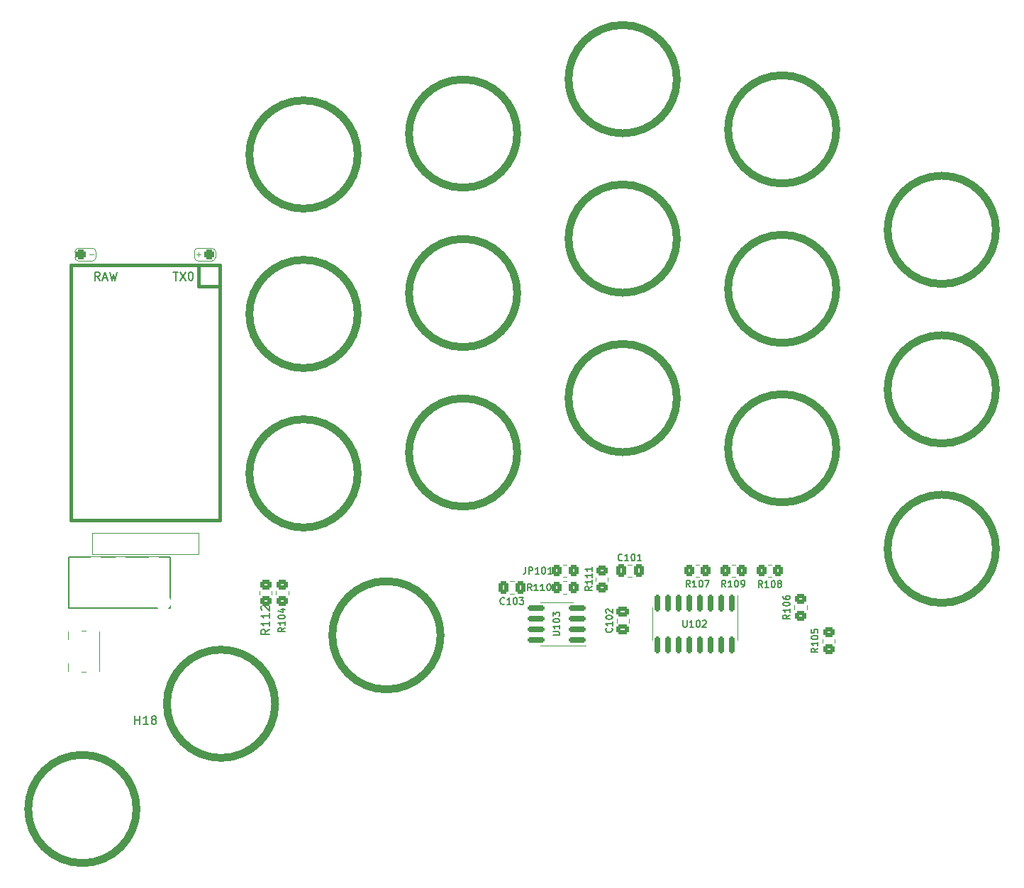
<source format=gto>
%TF.GenerationSoftware,KiCad,Pcbnew,7.0.7-2.fc38*%
%TF.CreationDate,2023-10-08T12:29:29+05:30*%
%TF.ProjectId,tako_left,74616b6f-5f6c-4656-9674-2e6b69636164,rev?*%
%TF.SameCoordinates,Original*%
%TF.FileFunction,Legend,Top*%
%TF.FilePolarity,Positive*%
%FSLAX46Y46*%
G04 Gerber Fmt 4.6, Leading zero omitted, Abs format (unit mm)*
G04 Created by KiCad (PCBNEW 7.0.7-2.fc38) date 2023-10-08 12:29:29*
%MOMM*%
%LPD*%
G01*
G04 APERTURE LIST*
G04 Aperture macros list*
%AMRoundRect*
0 Rectangle with rounded corners*
0 $1 Rounding radius*
0 $2 $3 $4 $5 $6 $7 $8 $9 X,Y pos of 4 corners*
0 Add a 4 corners polygon primitive as box body*
4,1,4,$2,$3,$4,$5,$6,$7,$8,$9,$2,$3,0*
0 Add four circle primitives for the rounded corners*
1,1,$1+$1,$2,$3*
1,1,$1+$1,$4,$5*
1,1,$1+$1,$6,$7*
1,1,$1+$1,$8,$9*
0 Add four rect primitives between the rounded corners*
20,1,$1+$1,$2,$3,$4,$5,0*
20,1,$1+$1,$4,$5,$6,$7,0*
20,1,$1+$1,$6,$7,$8,$9,0*
20,1,$1+$1,$8,$9,$2,$3,0*%
G04 Aperture macros list end*
%ADD10C,0.150000*%
%ADD11C,0.100000*%
%ADD12C,0.120000*%
%ADD13C,0.900000*%
%ADD14C,0.381000*%
%ADD15R,1.752600X1.752600*%
%ADD16C,1.752600*%
%ADD17RoundRect,0.312500X-0.312500X-0.312500X0.312500X-0.312500X0.312500X0.312500X-0.312500X0.312500X0*%
%ADD18C,3.400000*%
%ADD19RoundRect,0.250000X0.350000X0.450000X-0.350000X0.450000X-0.350000X-0.450000X0.350000X-0.450000X0*%
%ADD20RoundRect,0.250000X-0.350000X-0.450000X0.350000X-0.450000X0.350000X0.450000X-0.350000X0.450000X0*%
%ADD21RoundRect,0.150000X0.825000X0.150000X-0.825000X0.150000X-0.825000X-0.150000X0.825000X-0.150000X0*%
%ADD22C,3.500000*%
%ADD23RoundRect,0.250000X0.450000X-0.350000X0.450000X0.350000X-0.450000X0.350000X-0.450000X-0.350000X0*%
%ADD24RoundRect,0.250000X0.475000X-0.337500X0.475000X0.337500X-0.475000X0.337500X-0.475000X-0.337500X0*%
%ADD25RoundRect,0.312500X0.312500X0.312500X-0.312500X0.312500X-0.312500X-0.312500X0.312500X-0.312500X0*%
%ADD26RoundRect,0.250000X0.337500X0.475000X-0.337500X0.475000X-0.337500X-0.475000X0.337500X-0.475000X0*%
%ADD27RoundRect,0.250000X-0.337500X-0.475000X0.337500X-0.475000X0.337500X0.475000X-0.337500X0.475000X0*%
%ADD28C,0.800000*%
%ADD29O,2.000000X1.600000*%
%ADD30C,0.750000*%
%ADD31R,1.000000X1.550000*%
%ADD32RoundRect,0.150000X-0.150000X0.825000X-0.150000X-0.825000X0.150000X-0.825000X0.150000X0.825000X0*%
%ADD33RoundRect,0.250000X-0.450000X0.350000X-0.450000X-0.350000X0.450000X-0.350000X0.450000X0.350000X0*%
%ADD34C,0.900000*%
G04 APERTURE END LIST*
D10*
X91244801Y-95154431D02*
X91244801Y-95725859D01*
X91244801Y-95725859D02*
X91206706Y-95840145D01*
X91206706Y-95840145D02*
X91130515Y-95916336D01*
X91130515Y-95916336D02*
X91016230Y-95954431D01*
X91016230Y-95954431D02*
X90940039Y-95954431D01*
X91625754Y-95954431D02*
X91625754Y-95154431D01*
X91625754Y-95154431D02*
X91930516Y-95154431D01*
X91930516Y-95154431D02*
X92006706Y-95192526D01*
X92006706Y-95192526D02*
X92044801Y-95230621D01*
X92044801Y-95230621D02*
X92082897Y-95306812D01*
X92082897Y-95306812D02*
X92082897Y-95421097D01*
X92082897Y-95421097D02*
X92044801Y-95497288D01*
X92044801Y-95497288D02*
X92006706Y-95535383D01*
X92006706Y-95535383D02*
X91930516Y-95573478D01*
X91930516Y-95573478D02*
X91625754Y-95573478D01*
X92844801Y-95954431D02*
X92387658Y-95954431D01*
X92616230Y-95954431D02*
X92616230Y-95154431D01*
X92616230Y-95154431D02*
X92540039Y-95268716D01*
X92540039Y-95268716D02*
X92463849Y-95344907D01*
X92463849Y-95344907D02*
X92387658Y-95383002D01*
X93340040Y-95154431D02*
X93416230Y-95154431D01*
X93416230Y-95154431D02*
X93492421Y-95192526D01*
X93492421Y-95192526D02*
X93530516Y-95230621D01*
X93530516Y-95230621D02*
X93568611Y-95306812D01*
X93568611Y-95306812D02*
X93606706Y-95459193D01*
X93606706Y-95459193D02*
X93606706Y-95649669D01*
X93606706Y-95649669D02*
X93568611Y-95802050D01*
X93568611Y-95802050D02*
X93530516Y-95878240D01*
X93530516Y-95878240D02*
X93492421Y-95916336D01*
X93492421Y-95916336D02*
X93416230Y-95954431D01*
X93416230Y-95954431D02*
X93340040Y-95954431D01*
X93340040Y-95954431D02*
X93263849Y-95916336D01*
X93263849Y-95916336D02*
X93225754Y-95878240D01*
X93225754Y-95878240D02*
X93187659Y-95802050D01*
X93187659Y-95802050D02*
X93149563Y-95649669D01*
X93149563Y-95649669D02*
X93149563Y-95459193D01*
X93149563Y-95459193D02*
X93187659Y-95306812D01*
X93187659Y-95306812D02*
X93225754Y-95230621D01*
X93225754Y-95230621D02*
X93263849Y-95192526D01*
X93263849Y-95192526D02*
X93340040Y-95154431D01*
X94368611Y-95954431D02*
X93911468Y-95954431D01*
X94140040Y-95954431D02*
X94140040Y-95154431D01*
X94140040Y-95154431D02*
X94063849Y-95268716D01*
X94063849Y-95268716D02*
X93987659Y-95344907D01*
X93987659Y-95344907D02*
X93911468Y-95383002D01*
X110846167Y-97528353D02*
X110579500Y-97147400D01*
X110389024Y-97528353D02*
X110389024Y-96728353D01*
X110389024Y-96728353D02*
X110693786Y-96728353D01*
X110693786Y-96728353D02*
X110769976Y-96766448D01*
X110769976Y-96766448D02*
X110808071Y-96804543D01*
X110808071Y-96804543D02*
X110846167Y-96880734D01*
X110846167Y-96880734D02*
X110846167Y-96995019D01*
X110846167Y-96995019D02*
X110808071Y-97071210D01*
X110808071Y-97071210D02*
X110769976Y-97109305D01*
X110769976Y-97109305D02*
X110693786Y-97147400D01*
X110693786Y-97147400D02*
X110389024Y-97147400D01*
X111608071Y-97528353D02*
X111150928Y-97528353D01*
X111379500Y-97528353D02*
X111379500Y-96728353D01*
X111379500Y-96728353D02*
X111303309Y-96842638D01*
X111303309Y-96842638D02*
X111227119Y-96918829D01*
X111227119Y-96918829D02*
X111150928Y-96956924D01*
X112103310Y-96728353D02*
X112179500Y-96728353D01*
X112179500Y-96728353D02*
X112255691Y-96766448D01*
X112255691Y-96766448D02*
X112293786Y-96804543D01*
X112293786Y-96804543D02*
X112331881Y-96880734D01*
X112331881Y-96880734D02*
X112369976Y-97033115D01*
X112369976Y-97033115D02*
X112369976Y-97223591D01*
X112369976Y-97223591D02*
X112331881Y-97375972D01*
X112331881Y-97375972D02*
X112293786Y-97452162D01*
X112293786Y-97452162D02*
X112255691Y-97490258D01*
X112255691Y-97490258D02*
X112179500Y-97528353D01*
X112179500Y-97528353D02*
X112103310Y-97528353D01*
X112103310Y-97528353D02*
X112027119Y-97490258D01*
X112027119Y-97490258D02*
X111989024Y-97452162D01*
X111989024Y-97452162D02*
X111950929Y-97375972D01*
X111950929Y-97375972D02*
X111912833Y-97223591D01*
X111912833Y-97223591D02*
X111912833Y-97033115D01*
X111912833Y-97033115D02*
X111950929Y-96880734D01*
X111950929Y-96880734D02*
X111989024Y-96804543D01*
X111989024Y-96804543D02*
X112027119Y-96766448D01*
X112027119Y-96766448D02*
X112103310Y-96728353D01*
X112636643Y-96728353D02*
X113169977Y-96728353D01*
X113169977Y-96728353D02*
X112827119Y-97528353D01*
X94485666Y-103306275D02*
X95133285Y-103306275D01*
X95133285Y-103306275D02*
X95209475Y-103268180D01*
X95209475Y-103268180D02*
X95247571Y-103230085D01*
X95247571Y-103230085D02*
X95285666Y-103153894D01*
X95285666Y-103153894D02*
X95285666Y-103001513D01*
X95285666Y-103001513D02*
X95247571Y-102925323D01*
X95247571Y-102925323D02*
X95209475Y-102887228D01*
X95209475Y-102887228D02*
X95133285Y-102849132D01*
X95133285Y-102849132D02*
X94485666Y-102849132D01*
X95285666Y-102049133D02*
X95285666Y-102506276D01*
X95285666Y-102277704D02*
X94485666Y-102277704D01*
X94485666Y-102277704D02*
X94599951Y-102353895D01*
X94599951Y-102353895D02*
X94676142Y-102430085D01*
X94676142Y-102430085D02*
X94714237Y-102506276D01*
X94485666Y-101553894D02*
X94485666Y-101477704D01*
X94485666Y-101477704D02*
X94523761Y-101401513D01*
X94523761Y-101401513D02*
X94561856Y-101363418D01*
X94561856Y-101363418D02*
X94638047Y-101325323D01*
X94638047Y-101325323D02*
X94790428Y-101287228D01*
X94790428Y-101287228D02*
X94980904Y-101287228D01*
X94980904Y-101287228D02*
X95133285Y-101325323D01*
X95133285Y-101325323D02*
X95209475Y-101363418D01*
X95209475Y-101363418D02*
X95247571Y-101401513D01*
X95247571Y-101401513D02*
X95285666Y-101477704D01*
X95285666Y-101477704D02*
X95285666Y-101553894D01*
X95285666Y-101553894D02*
X95247571Y-101630085D01*
X95247571Y-101630085D02*
X95209475Y-101668180D01*
X95209475Y-101668180D02*
X95133285Y-101706275D01*
X95133285Y-101706275D02*
X94980904Y-101744371D01*
X94980904Y-101744371D02*
X94790428Y-101744371D01*
X94790428Y-101744371D02*
X94638047Y-101706275D01*
X94638047Y-101706275D02*
X94561856Y-101668180D01*
X94561856Y-101668180D02*
X94523761Y-101630085D01*
X94523761Y-101630085D02*
X94485666Y-101553894D01*
X94485666Y-101020561D02*
X94485666Y-100525323D01*
X94485666Y-100525323D02*
X94790428Y-100791989D01*
X94790428Y-100791989D02*
X94790428Y-100677704D01*
X94790428Y-100677704D02*
X94828523Y-100601513D01*
X94828523Y-100601513D02*
X94866618Y-100563418D01*
X94866618Y-100563418D02*
X94942809Y-100525323D01*
X94942809Y-100525323D02*
X95133285Y-100525323D01*
X95133285Y-100525323D02*
X95209475Y-100563418D01*
X95209475Y-100563418D02*
X95247571Y-100601513D01*
X95247571Y-100601513D02*
X95285666Y-100677704D01*
X95285666Y-100677704D02*
X95285666Y-100906275D01*
X95285666Y-100906275D02*
X95247571Y-100982466D01*
X95247571Y-100982466D02*
X95209475Y-101020561D01*
X44591895Y-113925912D02*
X44591895Y-112925912D01*
X44591895Y-113402102D02*
X45163323Y-113402102D01*
X45163323Y-113925912D02*
X45163323Y-112925912D01*
X46163323Y-113925912D02*
X45591895Y-113925912D01*
X45877609Y-113925912D02*
X45877609Y-112925912D01*
X45877609Y-112925912D02*
X45782371Y-113068769D01*
X45782371Y-113068769D02*
X45687133Y-113164007D01*
X45687133Y-113164007D02*
X45591895Y-113211626D01*
X46734752Y-113354483D02*
X46639514Y-113306864D01*
X46639514Y-113306864D02*
X46591895Y-113259245D01*
X46591895Y-113259245D02*
X46544276Y-113164007D01*
X46544276Y-113164007D02*
X46544276Y-113116388D01*
X46544276Y-113116388D02*
X46591895Y-113021150D01*
X46591895Y-113021150D02*
X46639514Y-112973531D01*
X46639514Y-112973531D02*
X46734752Y-112925912D01*
X46734752Y-112925912D02*
X46925228Y-112925912D01*
X46925228Y-112925912D02*
X47020466Y-112973531D01*
X47020466Y-112973531D02*
X47068085Y-113021150D01*
X47068085Y-113021150D02*
X47115704Y-113116388D01*
X47115704Y-113116388D02*
X47115704Y-113164007D01*
X47115704Y-113164007D02*
X47068085Y-113259245D01*
X47068085Y-113259245D02*
X47020466Y-113306864D01*
X47020466Y-113306864D02*
X46925228Y-113354483D01*
X46925228Y-113354483D02*
X46734752Y-113354483D01*
X46734752Y-113354483D02*
X46639514Y-113402102D01*
X46639514Y-113402102D02*
X46591895Y-113449721D01*
X46591895Y-113449721D02*
X46544276Y-113544959D01*
X46544276Y-113544959D02*
X46544276Y-113735435D01*
X46544276Y-113735435D02*
X46591895Y-113830673D01*
X46591895Y-113830673D02*
X46639514Y-113878293D01*
X46639514Y-113878293D02*
X46734752Y-113925912D01*
X46734752Y-113925912D02*
X46925228Y-113925912D01*
X46925228Y-113925912D02*
X47020466Y-113878293D01*
X47020466Y-113878293D02*
X47068085Y-113830673D01*
X47068085Y-113830673D02*
X47115704Y-113735435D01*
X47115704Y-113735435D02*
X47115704Y-113544959D01*
X47115704Y-113544959D02*
X47068085Y-113449721D01*
X47068085Y-113449721D02*
X47020466Y-113402102D01*
X47020466Y-113402102D02*
X46925228Y-113354483D01*
X115102500Y-97528353D02*
X114835833Y-97147400D01*
X114645357Y-97528353D02*
X114645357Y-96728353D01*
X114645357Y-96728353D02*
X114950119Y-96728353D01*
X114950119Y-96728353D02*
X115026309Y-96766448D01*
X115026309Y-96766448D02*
X115064404Y-96804543D01*
X115064404Y-96804543D02*
X115102500Y-96880734D01*
X115102500Y-96880734D02*
X115102500Y-96995019D01*
X115102500Y-96995019D02*
X115064404Y-97071210D01*
X115064404Y-97071210D02*
X115026309Y-97109305D01*
X115026309Y-97109305D02*
X114950119Y-97147400D01*
X114950119Y-97147400D02*
X114645357Y-97147400D01*
X115864404Y-97528353D02*
X115407261Y-97528353D01*
X115635833Y-97528353D02*
X115635833Y-96728353D01*
X115635833Y-96728353D02*
X115559642Y-96842638D01*
X115559642Y-96842638D02*
X115483452Y-96918829D01*
X115483452Y-96918829D02*
X115407261Y-96956924D01*
X116359643Y-96728353D02*
X116435833Y-96728353D01*
X116435833Y-96728353D02*
X116512024Y-96766448D01*
X116512024Y-96766448D02*
X116550119Y-96804543D01*
X116550119Y-96804543D02*
X116588214Y-96880734D01*
X116588214Y-96880734D02*
X116626309Y-97033115D01*
X116626309Y-97033115D02*
X116626309Y-97223591D01*
X116626309Y-97223591D02*
X116588214Y-97375972D01*
X116588214Y-97375972D02*
X116550119Y-97452162D01*
X116550119Y-97452162D02*
X116512024Y-97490258D01*
X116512024Y-97490258D02*
X116435833Y-97528353D01*
X116435833Y-97528353D02*
X116359643Y-97528353D01*
X116359643Y-97528353D02*
X116283452Y-97490258D01*
X116283452Y-97490258D02*
X116245357Y-97452162D01*
X116245357Y-97452162D02*
X116207262Y-97375972D01*
X116207262Y-97375972D02*
X116169166Y-97223591D01*
X116169166Y-97223591D02*
X116169166Y-97033115D01*
X116169166Y-97033115D02*
X116207262Y-96880734D01*
X116207262Y-96880734D02*
X116245357Y-96804543D01*
X116245357Y-96804543D02*
X116283452Y-96766448D01*
X116283452Y-96766448D02*
X116359643Y-96728353D01*
X117007262Y-97528353D02*
X117159643Y-97528353D01*
X117159643Y-97528353D02*
X117235833Y-97490258D01*
X117235833Y-97490258D02*
X117273929Y-97452162D01*
X117273929Y-97452162D02*
X117350119Y-97337877D01*
X117350119Y-97337877D02*
X117388214Y-97185496D01*
X117388214Y-97185496D02*
X117388214Y-96880734D01*
X117388214Y-96880734D02*
X117350119Y-96804543D01*
X117350119Y-96804543D02*
X117312024Y-96766448D01*
X117312024Y-96766448D02*
X117235833Y-96728353D01*
X117235833Y-96728353D02*
X117083452Y-96728353D01*
X117083452Y-96728353D02*
X117007262Y-96766448D01*
X117007262Y-96766448D02*
X116969167Y-96804543D01*
X116969167Y-96804543D02*
X116931071Y-96880734D01*
X116931071Y-96880734D02*
X116931071Y-97071210D01*
X116931071Y-97071210D02*
X116969167Y-97147400D01*
X116969167Y-97147400D02*
X117007262Y-97185496D01*
X117007262Y-97185496D02*
X117083452Y-97223591D01*
X117083452Y-97223591D02*
X117235833Y-97223591D01*
X117235833Y-97223591D02*
X117312024Y-97185496D01*
X117312024Y-97185496D02*
X117350119Y-97147400D01*
X117350119Y-97147400D02*
X117388214Y-97071210D01*
X126123191Y-104852816D02*
X125742238Y-105119483D01*
X126123191Y-105309959D02*
X125323191Y-105309959D01*
X125323191Y-105309959D02*
X125323191Y-105005197D01*
X125323191Y-105005197D02*
X125361286Y-104929007D01*
X125361286Y-104929007D02*
X125399381Y-104890912D01*
X125399381Y-104890912D02*
X125475572Y-104852816D01*
X125475572Y-104852816D02*
X125589857Y-104852816D01*
X125589857Y-104852816D02*
X125666048Y-104890912D01*
X125666048Y-104890912D02*
X125704143Y-104929007D01*
X125704143Y-104929007D02*
X125742238Y-105005197D01*
X125742238Y-105005197D02*
X125742238Y-105309959D01*
X126123191Y-104090912D02*
X126123191Y-104548055D01*
X126123191Y-104319483D02*
X125323191Y-104319483D01*
X125323191Y-104319483D02*
X125437476Y-104395674D01*
X125437476Y-104395674D02*
X125513667Y-104471864D01*
X125513667Y-104471864D02*
X125551762Y-104548055D01*
X125323191Y-103595673D02*
X125323191Y-103519483D01*
X125323191Y-103519483D02*
X125361286Y-103443292D01*
X125361286Y-103443292D02*
X125399381Y-103405197D01*
X125399381Y-103405197D02*
X125475572Y-103367102D01*
X125475572Y-103367102D02*
X125627953Y-103329007D01*
X125627953Y-103329007D02*
X125818429Y-103329007D01*
X125818429Y-103329007D02*
X125970810Y-103367102D01*
X125970810Y-103367102D02*
X126047000Y-103405197D01*
X126047000Y-103405197D02*
X126085096Y-103443292D01*
X126085096Y-103443292D02*
X126123191Y-103519483D01*
X126123191Y-103519483D02*
X126123191Y-103595673D01*
X126123191Y-103595673D02*
X126085096Y-103671864D01*
X126085096Y-103671864D02*
X126047000Y-103709959D01*
X126047000Y-103709959D02*
X125970810Y-103748054D01*
X125970810Y-103748054D02*
X125818429Y-103786150D01*
X125818429Y-103786150D02*
X125627953Y-103786150D01*
X125627953Y-103786150D02*
X125475572Y-103748054D01*
X125475572Y-103748054D02*
X125399381Y-103709959D01*
X125399381Y-103709959D02*
X125361286Y-103671864D01*
X125361286Y-103671864D02*
X125323191Y-103595673D01*
X125323191Y-102605197D02*
X125323191Y-102986149D01*
X125323191Y-102986149D02*
X125704143Y-103024245D01*
X125704143Y-103024245D02*
X125666048Y-102986149D01*
X125666048Y-102986149D02*
X125627953Y-102909959D01*
X125627953Y-102909959D02*
X125627953Y-102719483D01*
X125627953Y-102719483D02*
X125666048Y-102643292D01*
X125666048Y-102643292D02*
X125704143Y-102605197D01*
X125704143Y-102605197D02*
X125780334Y-102567102D01*
X125780334Y-102567102D02*
X125970810Y-102567102D01*
X125970810Y-102567102D02*
X126047000Y-102605197D01*
X126047000Y-102605197D02*
X126085096Y-102643292D01*
X126085096Y-102643292D02*
X126123191Y-102719483D01*
X126123191Y-102719483D02*
X126123191Y-102909959D01*
X126123191Y-102909959D02*
X126085096Y-102986149D01*
X126085096Y-102986149D02*
X126047000Y-103024245D01*
X91942893Y-97954431D02*
X91676226Y-97573478D01*
X91485750Y-97954431D02*
X91485750Y-97154431D01*
X91485750Y-97154431D02*
X91790512Y-97154431D01*
X91790512Y-97154431D02*
X91866702Y-97192526D01*
X91866702Y-97192526D02*
X91904797Y-97230621D01*
X91904797Y-97230621D02*
X91942893Y-97306812D01*
X91942893Y-97306812D02*
X91942893Y-97421097D01*
X91942893Y-97421097D02*
X91904797Y-97497288D01*
X91904797Y-97497288D02*
X91866702Y-97535383D01*
X91866702Y-97535383D02*
X91790512Y-97573478D01*
X91790512Y-97573478D02*
X91485750Y-97573478D01*
X92704797Y-97954431D02*
X92247654Y-97954431D01*
X92476226Y-97954431D02*
X92476226Y-97154431D01*
X92476226Y-97154431D02*
X92400035Y-97268716D01*
X92400035Y-97268716D02*
X92323845Y-97344907D01*
X92323845Y-97344907D02*
X92247654Y-97383002D01*
X93466702Y-97954431D02*
X93009559Y-97954431D01*
X93238131Y-97954431D02*
X93238131Y-97154431D01*
X93238131Y-97154431D02*
X93161940Y-97268716D01*
X93161940Y-97268716D02*
X93085750Y-97344907D01*
X93085750Y-97344907D02*
X93009559Y-97383002D01*
X93961941Y-97154431D02*
X94038131Y-97154431D01*
X94038131Y-97154431D02*
X94114322Y-97192526D01*
X94114322Y-97192526D02*
X94152417Y-97230621D01*
X94152417Y-97230621D02*
X94190512Y-97306812D01*
X94190512Y-97306812D02*
X94228607Y-97459193D01*
X94228607Y-97459193D02*
X94228607Y-97649669D01*
X94228607Y-97649669D02*
X94190512Y-97802050D01*
X94190512Y-97802050D02*
X94152417Y-97878240D01*
X94152417Y-97878240D02*
X94114322Y-97916336D01*
X94114322Y-97916336D02*
X94038131Y-97954431D01*
X94038131Y-97954431D02*
X93961941Y-97954431D01*
X93961941Y-97954431D02*
X93885750Y-97916336D01*
X93885750Y-97916336D02*
X93847655Y-97878240D01*
X93847655Y-97878240D02*
X93809560Y-97802050D01*
X93809560Y-97802050D02*
X93771464Y-97649669D01*
X93771464Y-97649669D02*
X93771464Y-97459193D01*
X93771464Y-97459193D02*
X93809560Y-97306812D01*
X93809560Y-97306812D02*
X93847655Y-97230621D01*
X93847655Y-97230621D02*
X93885750Y-97192526D01*
X93885750Y-97192526D02*
X93961941Y-97154431D01*
X101509475Y-102437371D02*
X101547571Y-102475467D01*
X101547571Y-102475467D02*
X101585666Y-102589752D01*
X101585666Y-102589752D02*
X101585666Y-102665943D01*
X101585666Y-102665943D02*
X101547571Y-102780229D01*
X101547571Y-102780229D02*
X101471380Y-102856419D01*
X101471380Y-102856419D02*
X101395190Y-102894514D01*
X101395190Y-102894514D02*
X101242809Y-102932610D01*
X101242809Y-102932610D02*
X101128523Y-102932610D01*
X101128523Y-102932610D02*
X100976142Y-102894514D01*
X100976142Y-102894514D02*
X100899951Y-102856419D01*
X100899951Y-102856419D02*
X100823761Y-102780229D01*
X100823761Y-102780229D02*
X100785666Y-102665943D01*
X100785666Y-102665943D02*
X100785666Y-102589752D01*
X100785666Y-102589752D02*
X100823761Y-102475467D01*
X100823761Y-102475467D02*
X100861856Y-102437371D01*
X101585666Y-101675467D02*
X101585666Y-102132610D01*
X101585666Y-101904038D02*
X100785666Y-101904038D01*
X100785666Y-101904038D02*
X100899951Y-101980229D01*
X100899951Y-101980229D02*
X100976142Y-102056419D01*
X100976142Y-102056419D02*
X101014237Y-102132610D01*
X100785666Y-101180228D02*
X100785666Y-101104038D01*
X100785666Y-101104038D02*
X100823761Y-101027847D01*
X100823761Y-101027847D02*
X100861856Y-100989752D01*
X100861856Y-100989752D02*
X100938047Y-100951657D01*
X100938047Y-100951657D02*
X101090428Y-100913562D01*
X101090428Y-100913562D02*
X101280904Y-100913562D01*
X101280904Y-100913562D02*
X101433285Y-100951657D01*
X101433285Y-100951657D02*
X101509475Y-100989752D01*
X101509475Y-100989752D02*
X101547571Y-101027847D01*
X101547571Y-101027847D02*
X101585666Y-101104038D01*
X101585666Y-101104038D02*
X101585666Y-101180228D01*
X101585666Y-101180228D02*
X101547571Y-101256419D01*
X101547571Y-101256419D02*
X101509475Y-101294514D01*
X101509475Y-101294514D02*
X101433285Y-101332609D01*
X101433285Y-101332609D02*
X101280904Y-101370705D01*
X101280904Y-101370705D02*
X101090428Y-101370705D01*
X101090428Y-101370705D02*
X100938047Y-101332609D01*
X100938047Y-101332609D02*
X100861856Y-101294514D01*
X100861856Y-101294514D02*
X100823761Y-101256419D01*
X100823761Y-101256419D02*
X100785666Y-101180228D01*
X100861856Y-100608800D02*
X100823761Y-100570704D01*
X100823761Y-100570704D02*
X100785666Y-100494514D01*
X100785666Y-100494514D02*
X100785666Y-100304038D01*
X100785666Y-100304038D02*
X100823761Y-100227847D01*
X100823761Y-100227847D02*
X100861856Y-100189752D01*
X100861856Y-100189752D02*
X100938047Y-100151657D01*
X100938047Y-100151657D02*
X101014237Y-100151657D01*
X101014237Y-100151657D02*
X101128523Y-100189752D01*
X101128523Y-100189752D02*
X101585666Y-100646895D01*
X101585666Y-100646895D02*
X101585666Y-100151657D01*
X119478040Y-97577995D02*
X119211373Y-97197042D01*
X119020897Y-97577995D02*
X119020897Y-96777995D01*
X119020897Y-96777995D02*
X119325659Y-96777995D01*
X119325659Y-96777995D02*
X119401849Y-96816090D01*
X119401849Y-96816090D02*
X119439944Y-96854185D01*
X119439944Y-96854185D02*
X119478040Y-96930376D01*
X119478040Y-96930376D02*
X119478040Y-97044661D01*
X119478040Y-97044661D02*
X119439944Y-97120852D01*
X119439944Y-97120852D02*
X119401849Y-97158947D01*
X119401849Y-97158947D02*
X119325659Y-97197042D01*
X119325659Y-97197042D02*
X119020897Y-97197042D01*
X120239944Y-97577995D02*
X119782801Y-97577995D01*
X120011373Y-97577995D02*
X120011373Y-96777995D01*
X120011373Y-96777995D02*
X119935182Y-96892280D01*
X119935182Y-96892280D02*
X119858992Y-96968471D01*
X119858992Y-96968471D02*
X119782801Y-97006566D01*
X120735183Y-96777995D02*
X120811373Y-96777995D01*
X120811373Y-96777995D02*
X120887564Y-96816090D01*
X120887564Y-96816090D02*
X120925659Y-96854185D01*
X120925659Y-96854185D02*
X120963754Y-96930376D01*
X120963754Y-96930376D02*
X121001849Y-97082757D01*
X121001849Y-97082757D02*
X121001849Y-97273233D01*
X121001849Y-97273233D02*
X120963754Y-97425614D01*
X120963754Y-97425614D02*
X120925659Y-97501804D01*
X120925659Y-97501804D02*
X120887564Y-97539900D01*
X120887564Y-97539900D02*
X120811373Y-97577995D01*
X120811373Y-97577995D02*
X120735183Y-97577995D01*
X120735183Y-97577995D02*
X120658992Y-97539900D01*
X120658992Y-97539900D02*
X120620897Y-97501804D01*
X120620897Y-97501804D02*
X120582802Y-97425614D01*
X120582802Y-97425614D02*
X120544706Y-97273233D01*
X120544706Y-97273233D02*
X120544706Y-97082757D01*
X120544706Y-97082757D02*
X120582802Y-96930376D01*
X120582802Y-96930376D02*
X120620897Y-96854185D01*
X120620897Y-96854185D02*
X120658992Y-96816090D01*
X120658992Y-96816090D02*
X120735183Y-96777995D01*
X121458992Y-97120852D02*
X121382802Y-97082757D01*
X121382802Y-97082757D02*
X121344707Y-97044661D01*
X121344707Y-97044661D02*
X121306611Y-96968471D01*
X121306611Y-96968471D02*
X121306611Y-96930376D01*
X121306611Y-96930376D02*
X121344707Y-96854185D01*
X121344707Y-96854185D02*
X121382802Y-96816090D01*
X121382802Y-96816090D02*
X121458992Y-96777995D01*
X121458992Y-96777995D02*
X121611373Y-96777995D01*
X121611373Y-96777995D02*
X121687564Y-96816090D01*
X121687564Y-96816090D02*
X121725659Y-96854185D01*
X121725659Y-96854185D02*
X121763754Y-96930376D01*
X121763754Y-96930376D02*
X121763754Y-96968471D01*
X121763754Y-96968471D02*
X121725659Y-97044661D01*
X121725659Y-97044661D02*
X121687564Y-97082757D01*
X121687564Y-97082757D02*
X121611373Y-97120852D01*
X121611373Y-97120852D02*
X121458992Y-97120852D01*
X121458992Y-97120852D02*
X121382802Y-97158947D01*
X121382802Y-97158947D02*
X121344707Y-97197042D01*
X121344707Y-97197042D02*
X121306611Y-97273233D01*
X121306611Y-97273233D02*
X121306611Y-97425614D01*
X121306611Y-97425614D02*
X121344707Y-97501804D01*
X121344707Y-97501804D02*
X121382802Y-97539900D01*
X121382802Y-97539900D02*
X121458992Y-97577995D01*
X121458992Y-97577995D02*
X121611373Y-97577995D01*
X121611373Y-97577995D02*
X121687564Y-97539900D01*
X121687564Y-97539900D02*
X121725659Y-97501804D01*
X121725659Y-97501804D02*
X121763754Y-97425614D01*
X121763754Y-97425614D02*
X121763754Y-97273233D01*
X121763754Y-97273233D02*
X121725659Y-97197042D01*
X121725659Y-97197042D02*
X121687564Y-97158947D01*
X121687564Y-97158947D02*
X121611373Y-97120852D01*
X99144096Y-97461295D02*
X98763143Y-97727962D01*
X99144096Y-97918438D02*
X98344096Y-97918438D01*
X98344096Y-97918438D02*
X98344096Y-97613676D01*
X98344096Y-97613676D02*
X98382191Y-97537486D01*
X98382191Y-97537486D02*
X98420286Y-97499391D01*
X98420286Y-97499391D02*
X98496477Y-97461295D01*
X98496477Y-97461295D02*
X98610762Y-97461295D01*
X98610762Y-97461295D02*
X98686953Y-97499391D01*
X98686953Y-97499391D02*
X98725048Y-97537486D01*
X98725048Y-97537486D02*
X98763143Y-97613676D01*
X98763143Y-97613676D02*
X98763143Y-97918438D01*
X99144096Y-96699391D02*
X99144096Y-97156534D01*
X99144096Y-96927962D02*
X98344096Y-96927962D01*
X98344096Y-96927962D02*
X98458381Y-97004153D01*
X98458381Y-97004153D02*
X98534572Y-97080343D01*
X98534572Y-97080343D02*
X98572667Y-97156534D01*
X99144096Y-95937486D02*
X99144096Y-96394629D01*
X99144096Y-96166057D02*
X98344096Y-96166057D01*
X98344096Y-96166057D02*
X98458381Y-96242248D01*
X98458381Y-96242248D02*
X98534572Y-96318438D01*
X98534572Y-96318438D02*
X98572667Y-96394629D01*
X99144096Y-95175581D02*
X99144096Y-95632724D01*
X99144096Y-95404152D02*
X98344096Y-95404152D01*
X98344096Y-95404152D02*
X98458381Y-95480343D01*
X98458381Y-95480343D02*
X98534572Y-95556533D01*
X98534572Y-95556533D02*
X98572667Y-95632724D01*
X102761560Y-94302161D02*
X102723464Y-94340257D01*
X102723464Y-94340257D02*
X102609179Y-94378352D01*
X102609179Y-94378352D02*
X102532988Y-94378352D01*
X102532988Y-94378352D02*
X102418702Y-94340257D01*
X102418702Y-94340257D02*
X102342512Y-94264066D01*
X102342512Y-94264066D02*
X102304417Y-94187876D01*
X102304417Y-94187876D02*
X102266321Y-94035495D01*
X102266321Y-94035495D02*
X102266321Y-93921209D01*
X102266321Y-93921209D02*
X102304417Y-93768828D01*
X102304417Y-93768828D02*
X102342512Y-93692637D01*
X102342512Y-93692637D02*
X102418702Y-93616447D01*
X102418702Y-93616447D02*
X102532988Y-93578352D01*
X102532988Y-93578352D02*
X102609179Y-93578352D01*
X102609179Y-93578352D02*
X102723464Y-93616447D01*
X102723464Y-93616447D02*
X102761560Y-93654542D01*
X103523464Y-94378352D02*
X103066321Y-94378352D01*
X103294893Y-94378352D02*
X103294893Y-93578352D01*
X103294893Y-93578352D02*
X103218702Y-93692637D01*
X103218702Y-93692637D02*
X103142512Y-93768828D01*
X103142512Y-93768828D02*
X103066321Y-93806923D01*
X104018703Y-93578352D02*
X104094893Y-93578352D01*
X104094893Y-93578352D02*
X104171084Y-93616447D01*
X104171084Y-93616447D02*
X104209179Y-93654542D01*
X104209179Y-93654542D02*
X104247274Y-93730733D01*
X104247274Y-93730733D02*
X104285369Y-93883114D01*
X104285369Y-93883114D02*
X104285369Y-94073590D01*
X104285369Y-94073590D02*
X104247274Y-94225971D01*
X104247274Y-94225971D02*
X104209179Y-94302161D01*
X104209179Y-94302161D02*
X104171084Y-94340257D01*
X104171084Y-94340257D02*
X104094893Y-94378352D01*
X104094893Y-94378352D02*
X104018703Y-94378352D01*
X104018703Y-94378352D02*
X103942512Y-94340257D01*
X103942512Y-94340257D02*
X103904417Y-94302161D01*
X103904417Y-94302161D02*
X103866322Y-94225971D01*
X103866322Y-94225971D02*
X103828226Y-94073590D01*
X103828226Y-94073590D02*
X103828226Y-93883114D01*
X103828226Y-93883114D02*
X103866322Y-93730733D01*
X103866322Y-93730733D02*
X103904417Y-93654542D01*
X103904417Y-93654542D02*
X103942512Y-93616447D01*
X103942512Y-93616447D02*
X104018703Y-93578352D01*
X105047274Y-94378352D02*
X104590131Y-94378352D01*
X104818703Y-94378352D02*
X104818703Y-93578352D01*
X104818703Y-93578352D02*
X104742512Y-93692637D01*
X104742512Y-93692637D02*
X104666322Y-93768828D01*
X104666322Y-93768828D02*
X104590131Y-93806923D01*
X88692892Y-99537562D02*
X88654796Y-99575658D01*
X88654796Y-99575658D02*
X88540511Y-99613753D01*
X88540511Y-99613753D02*
X88464320Y-99613753D01*
X88464320Y-99613753D02*
X88350034Y-99575658D01*
X88350034Y-99575658D02*
X88273844Y-99499467D01*
X88273844Y-99499467D02*
X88235749Y-99423277D01*
X88235749Y-99423277D02*
X88197653Y-99270896D01*
X88197653Y-99270896D02*
X88197653Y-99156610D01*
X88197653Y-99156610D02*
X88235749Y-99004229D01*
X88235749Y-99004229D02*
X88273844Y-98928038D01*
X88273844Y-98928038D02*
X88350034Y-98851848D01*
X88350034Y-98851848D02*
X88464320Y-98813753D01*
X88464320Y-98813753D02*
X88540511Y-98813753D01*
X88540511Y-98813753D02*
X88654796Y-98851848D01*
X88654796Y-98851848D02*
X88692892Y-98889943D01*
X89454796Y-99613753D02*
X88997653Y-99613753D01*
X89226225Y-99613753D02*
X89226225Y-98813753D01*
X89226225Y-98813753D02*
X89150034Y-98928038D01*
X89150034Y-98928038D02*
X89073844Y-99004229D01*
X89073844Y-99004229D02*
X88997653Y-99042324D01*
X89950035Y-98813753D02*
X90026225Y-98813753D01*
X90026225Y-98813753D02*
X90102416Y-98851848D01*
X90102416Y-98851848D02*
X90140511Y-98889943D01*
X90140511Y-98889943D02*
X90178606Y-98966134D01*
X90178606Y-98966134D02*
X90216701Y-99118515D01*
X90216701Y-99118515D02*
X90216701Y-99308991D01*
X90216701Y-99308991D02*
X90178606Y-99461372D01*
X90178606Y-99461372D02*
X90140511Y-99537562D01*
X90140511Y-99537562D02*
X90102416Y-99575658D01*
X90102416Y-99575658D02*
X90026225Y-99613753D01*
X90026225Y-99613753D02*
X89950035Y-99613753D01*
X89950035Y-99613753D02*
X89873844Y-99575658D01*
X89873844Y-99575658D02*
X89835749Y-99537562D01*
X89835749Y-99537562D02*
X89797654Y-99461372D01*
X89797654Y-99461372D02*
X89759558Y-99308991D01*
X89759558Y-99308991D02*
X89759558Y-99118515D01*
X89759558Y-99118515D02*
X89797654Y-98966134D01*
X89797654Y-98966134D02*
X89835749Y-98889943D01*
X89835749Y-98889943D02*
X89873844Y-98851848D01*
X89873844Y-98851848D02*
X89950035Y-98813753D01*
X90483368Y-98813753D02*
X90978606Y-98813753D01*
X90978606Y-98813753D02*
X90711940Y-99118515D01*
X90711940Y-99118515D02*
X90826225Y-99118515D01*
X90826225Y-99118515D02*
X90902416Y-99156610D01*
X90902416Y-99156610D02*
X90940511Y-99194705D01*
X90940511Y-99194705D02*
X90978606Y-99270896D01*
X90978606Y-99270896D02*
X90978606Y-99461372D01*
X90978606Y-99461372D02*
X90940511Y-99537562D01*
X90940511Y-99537562D02*
X90902416Y-99575658D01*
X90902416Y-99575658D02*
X90826225Y-99613753D01*
X90826225Y-99613753D02*
X90597654Y-99613753D01*
X90597654Y-99613753D02*
X90521463Y-99575658D01*
X90521463Y-99575658D02*
X90483368Y-99537562D01*
X110014443Y-101499431D02*
X110014443Y-102147050D01*
X110014443Y-102147050D02*
X110052538Y-102223240D01*
X110052538Y-102223240D02*
X110090633Y-102261336D01*
X110090633Y-102261336D02*
X110166824Y-102299431D01*
X110166824Y-102299431D02*
X110319205Y-102299431D01*
X110319205Y-102299431D02*
X110395395Y-102261336D01*
X110395395Y-102261336D02*
X110433490Y-102223240D01*
X110433490Y-102223240D02*
X110471586Y-102147050D01*
X110471586Y-102147050D02*
X110471586Y-101499431D01*
X111271585Y-102299431D02*
X110814442Y-102299431D01*
X111043014Y-102299431D02*
X111043014Y-101499431D01*
X111043014Y-101499431D02*
X110966823Y-101613716D01*
X110966823Y-101613716D02*
X110890633Y-101689907D01*
X110890633Y-101689907D02*
X110814442Y-101728002D01*
X111766824Y-101499431D02*
X111843014Y-101499431D01*
X111843014Y-101499431D02*
X111919205Y-101537526D01*
X111919205Y-101537526D02*
X111957300Y-101575621D01*
X111957300Y-101575621D02*
X111995395Y-101651812D01*
X111995395Y-101651812D02*
X112033490Y-101804193D01*
X112033490Y-101804193D02*
X112033490Y-101994669D01*
X112033490Y-101994669D02*
X111995395Y-102147050D01*
X111995395Y-102147050D02*
X111957300Y-102223240D01*
X111957300Y-102223240D02*
X111919205Y-102261336D01*
X111919205Y-102261336D02*
X111843014Y-102299431D01*
X111843014Y-102299431D02*
X111766824Y-102299431D01*
X111766824Y-102299431D02*
X111690633Y-102261336D01*
X111690633Y-102261336D02*
X111652538Y-102223240D01*
X111652538Y-102223240D02*
X111614443Y-102147050D01*
X111614443Y-102147050D02*
X111576347Y-101994669D01*
X111576347Y-101994669D02*
X111576347Y-101804193D01*
X111576347Y-101804193D02*
X111614443Y-101651812D01*
X111614443Y-101651812D02*
X111652538Y-101575621D01*
X111652538Y-101575621D02*
X111690633Y-101537526D01*
X111690633Y-101537526D02*
X111766824Y-101499431D01*
X112338252Y-101575621D02*
X112376348Y-101537526D01*
X112376348Y-101537526D02*
X112452538Y-101499431D01*
X112452538Y-101499431D02*
X112643014Y-101499431D01*
X112643014Y-101499431D02*
X112719205Y-101537526D01*
X112719205Y-101537526D02*
X112757300Y-101575621D01*
X112757300Y-101575621D02*
X112795395Y-101651812D01*
X112795395Y-101651812D02*
X112795395Y-101728002D01*
X112795395Y-101728002D02*
X112757300Y-101842288D01*
X112757300Y-101842288D02*
X112300157Y-102299431D01*
X112300157Y-102299431D02*
X112795395Y-102299431D01*
X122773190Y-100852817D02*
X122392237Y-101119484D01*
X122773190Y-101309960D02*
X121973190Y-101309960D01*
X121973190Y-101309960D02*
X121973190Y-101005198D01*
X121973190Y-101005198D02*
X122011285Y-100929008D01*
X122011285Y-100929008D02*
X122049380Y-100890913D01*
X122049380Y-100890913D02*
X122125571Y-100852817D01*
X122125571Y-100852817D02*
X122239856Y-100852817D01*
X122239856Y-100852817D02*
X122316047Y-100890913D01*
X122316047Y-100890913D02*
X122354142Y-100929008D01*
X122354142Y-100929008D02*
X122392237Y-101005198D01*
X122392237Y-101005198D02*
X122392237Y-101309960D01*
X122773190Y-100090913D02*
X122773190Y-100548056D01*
X122773190Y-100319484D02*
X121973190Y-100319484D01*
X121973190Y-100319484D02*
X122087475Y-100395675D01*
X122087475Y-100395675D02*
X122163666Y-100471865D01*
X122163666Y-100471865D02*
X122201761Y-100548056D01*
X121973190Y-99595674D02*
X121973190Y-99519484D01*
X121973190Y-99519484D02*
X122011285Y-99443293D01*
X122011285Y-99443293D02*
X122049380Y-99405198D01*
X122049380Y-99405198D02*
X122125571Y-99367103D01*
X122125571Y-99367103D02*
X122277952Y-99329008D01*
X122277952Y-99329008D02*
X122468428Y-99329008D01*
X122468428Y-99329008D02*
X122620809Y-99367103D01*
X122620809Y-99367103D02*
X122696999Y-99405198D01*
X122696999Y-99405198D02*
X122735095Y-99443293D01*
X122735095Y-99443293D02*
X122773190Y-99519484D01*
X122773190Y-99519484D02*
X122773190Y-99595674D01*
X122773190Y-99595674D02*
X122735095Y-99671865D01*
X122735095Y-99671865D02*
X122696999Y-99709960D01*
X122696999Y-99709960D02*
X122620809Y-99748055D01*
X122620809Y-99748055D02*
X122468428Y-99786151D01*
X122468428Y-99786151D02*
X122277952Y-99786151D01*
X122277952Y-99786151D02*
X122125571Y-99748055D01*
X122125571Y-99748055D02*
X122049380Y-99709960D01*
X122049380Y-99709960D02*
X122011285Y-99671865D01*
X122011285Y-99671865D02*
X121973190Y-99595674D01*
X121973190Y-98643293D02*
X121973190Y-98795674D01*
X121973190Y-98795674D02*
X122011285Y-98871865D01*
X122011285Y-98871865D02*
X122049380Y-98909960D01*
X122049380Y-98909960D02*
X122163666Y-98986150D01*
X122163666Y-98986150D02*
X122316047Y-99024246D01*
X122316047Y-99024246D02*
X122620809Y-99024246D01*
X122620809Y-99024246D02*
X122696999Y-98986150D01*
X122696999Y-98986150D02*
X122735095Y-98948055D01*
X122735095Y-98948055D02*
X122773190Y-98871865D01*
X122773190Y-98871865D02*
X122773190Y-98719484D01*
X122773190Y-98719484D02*
X122735095Y-98643293D01*
X122735095Y-98643293D02*
X122696999Y-98605198D01*
X122696999Y-98605198D02*
X122620809Y-98567103D01*
X122620809Y-98567103D02*
X122430333Y-98567103D01*
X122430333Y-98567103D02*
X122354142Y-98605198D01*
X122354142Y-98605198D02*
X122316047Y-98643293D01*
X122316047Y-98643293D02*
X122277952Y-98719484D01*
X122277952Y-98719484D02*
X122277952Y-98871865D01*
X122277952Y-98871865D02*
X122316047Y-98948055D01*
X122316047Y-98948055D02*
X122354142Y-98986150D01*
X122354142Y-98986150D02*
X122430333Y-99024246D01*
X62489096Y-102396696D02*
X62108143Y-102663363D01*
X62489096Y-102853839D02*
X61689096Y-102853839D01*
X61689096Y-102853839D02*
X61689096Y-102549077D01*
X61689096Y-102549077D02*
X61727191Y-102472887D01*
X61727191Y-102472887D02*
X61765286Y-102434792D01*
X61765286Y-102434792D02*
X61841477Y-102396696D01*
X61841477Y-102396696D02*
X61955762Y-102396696D01*
X61955762Y-102396696D02*
X62031953Y-102434792D01*
X62031953Y-102434792D02*
X62070048Y-102472887D01*
X62070048Y-102472887D02*
X62108143Y-102549077D01*
X62108143Y-102549077D02*
X62108143Y-102853839D01*
X62489096Y-101634792D02*
X62489096Y-102091935D01*
X62489096Y-101863363D02*
X61689096Y-101863363D01*
X61689096Y-101863363D02*
X61803381Y-101939554D01*
X61803381Y-101939554D02*
X61879572Y-102015744D01*
X61879572Y-102015744D02*
X61917667Y-102091935D01*
X61689096Y-101139553D02*
X61689096Y-101063363D01*
X61689096Y-101063363D02*
X61727191Y-100987172D01*
X61727191Y-100987172D02*
X61765286Y-100949077D01*
X61765286Y-100949077D02*
X61841477Y-100910982D01*
X61841477Y-100910982D02*
X61993858Y-100872887D01*
X61993858Y-100872887D02*
X62184334Y-100872887D01*
X62184334Y-100872887D02*
X62336715Y-100910982D01*
X62336715Y-100910982D02*
X62412905Y-100949077D01*
X62412905Y-100949077D02*
X62451001Y-100987172D01*
X62451001Y-100987172D02*
X62489096Y-101063363D01*
X62489096Y-101063363D02*
X62489096Y-101139553D01*
X62489096Y-101139553D02*
X62451001Y-101215744D01*
X62451001Y-101215744D02*
X62412905Y-101253839D01*
X62412905Y-101253839D02*
X62336715Y-101291934D01*
X62336715Y-101291934D02*
X62184334Y-101330030D01*
X62184334Y-101330030D02*
X61993858Y-101330030D01*
X61993858Y-101330030D02*
X61841477Y-101291934D01*
X61841477Y-101291934D02*
X61765286Y-101253839D01*
X61765286Y-101253839D02*
X61727191Y-101215744D01*
X61727191Y-101215744D02*
X61689096Y-101139553D01*
X61955762Y-100187172D02*
X62489096Y-100187172D01*
X61651001Y-100377648D02*
X62222429Y-100568125D01*
X62222429Y-100568125D02*
X62222429Y-100072886D01*
X60644784Y-102585104D02*
X60168593Y-102918437D01*
X60644784Y-103156532D02*
X59644784Y-103156532D01*
X59644784Y-103156532D02*
X59644784Y-102775580D01*
X59644784Y-102775580D02*
X59692403Y-102680342D01*
X59692403Y-102680342D02*
X59740022Y-102632723D01*
X59740022Y-102632723D02*
X59835260Y-102585104D01*
X59835260Y-102585104D02*
X59978117Y-102585104D01*
X59978117Y-102585104D02*
X60073355Y-102632723D01*
X60073355Y-102632723D02*
X60120974Y-102680342D01*
X60120974Y-102680342D02*
X60168593Y-102775580D01*
X60168593Y-102775580D02*
X60168593Y-103156532D01*
X60644784Y-101632723D02*
X60644784Y-102204151D01*
X60644784Y-101918437D02*
X59644784Y-101918437D01*
X59644784Y-101918437D02*
X59787641Y-102013675D01*
X59787641Y-102013675D02*
X59882879Y-102108913D01*
X59882879Y-102108913D02*
X59930498Y-102204151D01*
X60644784Y-100680342D02*
X60644784Y-101251770D01*
X60644784Y-100966056D02*
X59644784Y-100966056D01*
X59644784Y-100966056D02*
X59787641Y-101061294D01*
X59787641Y-101061294D02*
X59882879Y-101156532D01*
X59882879Y-101156532D02*
X59930498Y-101251770D01*
X59740022Y-100299389D02*
X59692403Y-100251770D01*
X59692403Y-100251770D02*
X59644784Y-100156532D01*
X59644784Y-100156532D02*
X59644784Y-99918437D01*
X59644784Y-99918437D02*
X59692403Y-99823199D01*
X59692403Y-99823199D02*
X59740022Y-99775580D01*
X59740022Y-99775580D02*
X59835260Y-99727961D01*
X59835260Y-99727961D02*
X59930498Y-99727961D01*
X59930498Y-99727961D02*
X60073355Y-99775580D01*
X60073355Y-99775580D02*
X60644784Y-100347008D01*
X60644784Y-100347008D02*
X60644784Y-99727961D01*
X49153216Y-59898477D02*
X49724644Y-59898477D01*
X49438930Y-60898477D02*
X49438930Y-59898477D01*
X49962740Y-59898477D02*
X50629406Y-60898477D01*
X50629406Y-59898477D02*
X49962740Y-60898477D01*
X51200835Y-59898477D02*
X51296073Y-59898477D01*
X51296073Y-59898477D02*
X51391311Y-59946096D01*
X51391311Y-59946096D02*
X51438930Y-59993715D01*
X51438930Y-59993715D02*
X51486549Y-60088953D01*
X51486549Y-60088953D02*
X51534168Y-60279429D01*
X51534168Y-60279429D02*
X51534168Y-60517524D01*
X51534168Y-60517524D02*
X51486549Y-60708000D01*
X51486549Y-60708000D02*
X51438930Y-60803238D01*
X51438930Y-60803238D02*
X51391311Y-60850858D01*
X51391311Y-60850858D02*
X51296073Y-60898477D01*
X51296073Y-60898477D02*
X51200835Y-60898477D01*
X51200835Y-60898477D02*
X51105597Y-60850858D01*
X51105597Y-60850858D02*
X51057978Y-60803238D01*
X51057978Y-60803238D02*
X51010359Y-60708000D01*
X51010359Y-60708000D02*
X50962740Y-60517524D01*
X50962740Y-60517524D02*
X50962740Y-60279429D01*
X50962740Y-60279429D02*
X51010359Y-60088953D01*
X51010359Y-60088953D02*
X51057978Y-59993715D01*
X51057978Y-59993715D02*
X51105597Y-59946096D01*
X51105597Y-59946096D02*
X51200835Y-59898477D01*
X40400834Y-60898477D02*
X40067501Y-60422286D01*
X39829406Y-60898477D02*
X39829406Y-59898477D01*
X39829406Y-59898477D02*
X40210358Y-59898477D01*
X40210358Y-59898477D02*
X40305596Y-59946096D01*
X40305596Y-59946096D02*
X40353215Y-59993715D01*
X40353215Y-59993715D02*
X40400834Y-60088953D01*
X40400834Y-60088953D02*
X40400834Y-60231810D01*
X40400834Y-60231810D02*
X40353215Y-60327048D01*
X40353215Y-60327048D02*
X40305596Y-60374667D01*
X40305596Y-60374667D02*
X40210358Y-60422286D01*
X40210358Y-60422286D02*
X39829406Y-60422286D01*
X40781787Y-60612762D02*
X41257977Y-60612762D01*
X40686549Y-60898477D02*
X41019882Y-59898477D01*
X41019882Y-59898477D02*
X41353215Y-60898477D01*
X41591311Y-59898477D02*
X41829406Y-60898477D01*
X41829406Y-60898477D02*
X42019882Y-60184191D01*
X42019882Y-60184191D02*
X42210358Y-60898477D01*
X42210358Y-60898477D02*
X42448454Y-59898477D01*
D11*
%TO.C,BAT_HOLE-101*%
X37405480Y-58169423D02*
X37405480Y-57469423D01*
X37805480Y-57069423D02*
X39505480Y-57069423D01*
X39155480Y-57819423D02*
X39655480Y-57819423D01*
X39505480Y-58569423D02*
X37805480Y-58569423D01*
X39905480Y-57469423D02*
X39905480Y-58169423D01*
X37805480Y-57069423D02*
G75*
G03*
X37405480Y-57469423I-1J-399999D01*
G01*
X37405480Y-58169423D02*
G75*
G03*
X37805480Y-58569423I399999J-1D01*
G01*
X39905480Y-57469423D02*
G75*
G03*
X39505480Y-57069423I-400000J0D01*
G01*
X39505480Y-58569423D02*
G75*
G03*
X39905480Y-58169423I0J400000D01*
G01*
D12*
%TO.C,JP101*%
X96150437Y-96327136D02*
X95696309Y-96327136D01*
X96150437Y-94857136D02*
X95696309Y-94857136D01*
%TO.C,R107*%
X111514341Y-94857136D02*
X111968469Y-94857136D01*
X111514341Y-96327136D02*
X111968469Y-96327136D01*
D13*
%TO.C,SW111*%
X147373339Y-92960495D02*
G75*
G03*
X147373339Y-92960495I-6467000J0D01*
G01*
%TO.C,SW103*%
X109273345Y-36859995D02*
G75*
G03*
X109273345Y-36859995I-6467000J0D01*
G01*
D12*
%TO.C,U103*%
X94923371Y-104497135D02*
X98373371Y-104497135D01*
X94923371Y-104497135D02*
X92973371Y-104497135D01*
X94923371Y-99377135D02*
X96873371Y-99377135D01*
X94923371Y-99377135D02*
X92973371Y-99377135D01*
%TO.C,R109*%
X115830276Y-94857136D02*
X116284404Y-94857136D01*
X115830276Y-96327136D02*
X116284404Y-96327136D01*
D13*
%TO.C,SW105*%
X71173339Y-45859993D02*
G75*
G03*
X71173339Y-45859993I-6467000J0D01*
G01*
%TO.C,SW104*%
X90223340Y-43360003D02*
G75*
G03*
X90223340Y-43360003I-6467000J0D01*
G01*
%TO.C,SW116*%
X44763378Y-124047384D02*
G75*
G03*
X44763378Y-124047384I-6467001J0D01*
G01*
D12*
%TO.C,R105*%
X126675896Y-104184643D02*
X126675896Y-103730515D01*
X128145896Y-104184643D02*
X128145896Y-103730515D01*
%TO.C,R110*%
X96150436Y-98327136D02*
X95696308Y-98327136D01*
X96150436Y-96857136D02*
X95696308Y-96857136D01*
%TO.C,C102*%
X102104547Y-101803386D02*
X102104547Y-101280882D01*
X103574547Y-101803386D02*
X103574547Y-101280882D01*
%TO.C,R108*%
X120146214Y-94857134D02*
X120600342Y-94857134D01*
X120146214Y-96327134D02*
X120600342Y-96327134D01*
D13*
%TO.C,SW114*%
X90223343Y-81459993D02*
G75*
G03*
X90223343Y-81459993I-6467000J0D01*
G01*
D12*
%TO.C,R111*%
X99588371Y-96819201D02*
X99588371Y-96365073D01*
X101058371Y-96819201D02*
X101058371Y-96365073D01*
D13*
%TO.C,SW107*%
X128323339Y-61910496D02*
G75*
G03*
X128323339Y-61910496I-6467000J0D01*
G01*
%TO.C,SW102*%
X128323343Y-42860499D02*
G75*
G03*
X128323343Y-42860499I-6467000J0D01*
G01*
%TO.C,SW118*%
X81070297Y-103300695D02*
G75*
G03*
X81070297Y-103300695I-6467000J0D01*
G01*
D11*
%TO.C,BAT_HOLE+101*%
X54178978Y-57469423D02*
X54178978Y-58169423D01*
X53778978Y-58569423D02*
X52078978Y-58569423D01*
X52428978Y-57819423D02*
X51928978Y-57819423D01*
X52178978Y-58069423D02*
X52178978Y-57569423D01*
X52078978Y-57069423D02*
X53778978Y-57069423D01*
X51678978Y-58169423D02*
X51678978Y-57469423D01*
X53778978Y-58569423D02*
G75*
G03*
X54178978Y-58169423I1J399999D01*
G01*
X54178978Y-57469423D02*
G75*
G03*
X53778978Y-57069423I-399999J1D01*
G01*
X51678978Y-58169423D02*
G75*
G03*
X52078978Y-58569423I400000J0D01*
G01*
X52078978Y-57069423D02*
G75*
G03*
X51678978Y-57469423I0J-400000D01*
G01*
D13*
%TO.C,SW109*%
X90223338Y-62409992D02*
G75*
G03*
X90223338Y-62409992I-6467000J0D01*
G01*
D12*
%TO.C,DISP101*%
X39441557Y-91032635D02*
X52141557Y-91032635D01*
X52141557Y-91032635D02*
X52141557Y-93632635D01*
X52141557Y-93632635D02*
X39441557Y-93632635D01*
X39441557Y-93632635D02*
X39441557Y-91032635D01*
%TO.C,C101*%
X103947122Y-96327135D02*
X103424618Y-96327135D01*
X103947122Y-94857135D02*
X103424618Y-94857135D01*
D13*
%TO.C,SW112*%
X128323338Y-80960495D02*
G75*
G03*
X128323338Y-80960495I-6467000J0D01*
G01*
%TO.C,SW117*%
X61323377Y-111480384D02*
G75*
G03*
X61323377Y-111480384I-6467000J0D01*
G01*
%TO.C,SW108*%
X109273341Y-55909999D02*
G75*
G03*
X109273341Y-55909999I-6467000J0D01*
G01*
%TO.C,SW106*%
X147373336Y-73910494D02*
G75*
G03*
X147373336Y-73910494I-6467000J0D01*
G01*
%TO.C,SW101*%
X147373348Y-54860496D02*
G75*
G03*
X147373348Y-54860496I-6467000J0D01*
G01*
D12*
%TO.C,C103*%
X89328295Y-96857135D02*
X89850799Y-96857135D01*
X89328295Y-98327135D02*
X89850799Y-98327135D01*
D10*
%TO.C,J101*%
X36662468Y-100080596D02*
X48762468Y-100080596D01*
X36662468Y-93980596D02*
X36662468Y-100080596D01*
X36662468Y-93980596D02*
X48762468Y-93980596D01*
X48762468Y-93980596D02*
X48762468Y-100080596D01*
D12*
%TO.C,RSW101*%
X38712468Y-107680596D02*
X38162468Y-107680596D01*
X36587468Y-106655596D02*
X36587468Y-107580596D01*
X36587468Y-102880596D02*
X36587468Y-103805596D01*
X40287468Y-102880596D02*
X40287468Y-107580596D01*
X38712468Y-102780596D02*
X38162468Y-102780596D01*
%TO.C,U102*%
X116483373Y-101937136D02*
X116483373Y-98487136D01*
X116483373Y-101937136D02*
X116483373Y-103887136D01*
X106363373Y-101937136D02*
X106363373Y-99987136D01*
X106363373Y-101937136D02*
X106363373Y-103887136D01*
%TO.C,R106*%
X123325895Y-100184644D02*
X123325895Y-99730516D01*
X124795895Y-100184644D02*
X124795895Y-99730516D01*
%TO.C,R104*%
X62893122Y-97988993D02*
X62893122Y-98443121D01*
X61423122Y-97988993D02*
X61423122Y-98443121D01*
%TO.C,R112*%
X60924965Y-97988993D02*
X60924965Y-98443121D01*
X59454965Y-97988993D02*
X59454965Y-98443121D01*
D13*
%TO.C,SW115*%
X71173339Y-83959995D02*
G75*
G03*
X71173339Y-83959995I-6467000J0D01*
G01*
%TO.C,SW113*%
X109273340Y-74959989D02*
G75*
G03*
X109273340Y-74959989I-6467000J0D01*
G01*
%TO.C,SW110*%
X71173340Y-64909997D02*
G75*
G03*
X71173340Y-64909997I-6467000J0D01*
G01*
D14*
%TO.C,U101*%
X54681311Y-59103658D02*
X54681311Y-89583658D01*
X52141311Y-59103658D02*
X52141311Y-61643658D01*
X36901311Y-59103658D02*
X54681311Y-59103658D01*
X52141311Y-61643658D02*
X54681311Y-61643658D01*
X54681311Y-89583658D02*
X36901311Y-89583658D01*
X36901311Y-89583658D02*
X36901311Y-59103658D01*
%TD*%
D15*
%TO.C,U101*%
X53411311Y-60373658D03*
D16*
X53411311Y-62913658D03*
X53411311Y-65453658D03*
X53411311Y-67993658D03*
X53411311Y-70533658D03*
X53411311Y-73073658D03*
X53411311Y-75613658D03*
X53411311Y-78153658D03*
X53411311Y-80693658D03*
X53411311Y-83233658D03*
X53411311Y-85773658D03*
X53411311Y-88313658D03*
X38171311Y-88313658D03*
X38171311Y-85773658D03*
X38171311Y-83233658D03*
X38171311Y-80693658D03*
X38171311Y-78153658D03*
X38171311Y-75613658D03*
X38171311Y-73073658D03*
X38171311Y-70533658D03*
X38171311Y-67993658D03*
X38171311Y-65453658D03*
X38171311Y-62913658D03*
X38171311Y-60373658D03*
%TD*%
%LPC*%
D17*
%TO.C,BAT_HOLE-101*%
X38155480Y-57819423D03*
%TD*%
D18*
%TO.C,H103*%
X140906339Y-83435489D03*
%TD*%
D19*
%TO.C,JP101*%
X96923373Y-95592136D03*
X94923373Y-95592136D03*
%TD*%
D20*
%TO.C,R107*%
X110741405Y-95592136D03*
X112741405Y-95592136D03*
%TD*%
D18*
%TO.C,H102*%
X140906350Y-64385490D03*
%TD*%
D21*
%TO.C,U103*%
X97398371Y-103842135D03*
X97398371Y-102572135D03*
X97398371Y-101302135D03*
X97398371Y-100032135D03*
X92448371Y-100032135D03*
X92448371Y-101302135D03*
X92448371Y-102572135D03*
X92448371Y-103842135D03*
%TD*%
D18*
%TO.C,H18*%
X45829990Y-116671093D03*
%TD*%
D20*
%TO.C,R109*%
X115057340Y-95592136D03*
X117057340Y-95592136D03*
%TD*%
D18*
%TO.C,H110*%
X64706339Y-35666056D03*
%TD*%
D22*
%TO.C,H115*%
X53181889Y-54480531D03*
%TD*%
D18*
%TO.C,H108*%
X102806338Y-86959989D03*
%TD*%
D23*
%TO.C,R105*%
X127410896Y-104957579D03*
X127410896Y-102957579D03*
%TD*%
D19*
%TO.C,R110*%
X96923372Y-97592136D03*
X94923372Y-97592136D03*
%TD*%
D24*
%TO.C,C102*%
X102839547Y-102579634D03*
X102839547Y-100504634D03*
%TD*%
D18*
%TO.C,H105*%
X126906338Y-94960499D03*
%TD*%
%TO.C,H112*%
X64706342Y-74434994D03*
%TD*%
D20*
%TO.C,R108*%
X119373278Y-95592134D03*
X121373278Y-95592134D03*
%TD*%
D18*
%TO.C,H113*%
X64247990Y-106243093D03*
%TD*%
D22*
%TO.C,H116*%
X38400564Y-54480077D03*
%TD*%
D18*
%TO.C,H104*%
X121856340Y-32666056D03*
%TD*%
%TO.C,H107*%
X102806347Y-65434996D03*
%TD*%
%TO.C,H114*%
X28851834Y-117014598D03*
%TD*%
D22*
%TO.C,H117*%
X53181888Y-97039423D03*
%TD*%
D23*
%TO.C,R111*%
X100323371Y-97592137D03*
X100323371Y-95592137D03*
%TD*%
D18*
%TO.C,H101*%
X140906345Y-44666058D03*
%TD*%
D25*
%TO.C,BAT_HOLE+101*%
X53428978Y-57819423D03*
%TD*%
D16*
%TO.C,DISP101*%
X40711557Y-92332635D03*
X43251557Y-92332635D03*
X45791557Y-92332635D03*
X48331557Y-92332635D03*
X50871557Y-92332635D03*
%TD*%
D26*
%TO.C,C101*%
X104723370Y-95592135D03*
X102648370Y-95592135D03*
%TD*%
D18*
%TO.C,H109*%
X83756337Y-33166058D03*
%TD*%
D27*
%TO.C,C103*%
X88552047Y-97592135D03*
X90627047Y-97592135D03*
%TD*%
D28*
%TO.C,J101*%
X38262468Y-97030596D03*
X45262468Y-97030596D03*
D29*
X47962468Y-99330596D03*
X39862468Y-94730596D03*
X42862468Y-94730596D03*
X46862468Y-94730596D03*
%TD*%
D30*
%TO.C,RSW101*%
X37062468Y-105230596D03*
X39812468Y-105230596D03*
D31*
X37587468Y-107855596D03*
X37587468Y-102605596D03*
X39287468Y-107855596D03*
X39287468Y-102605596D03*
%TD*%
D18*
%TO.C,H111*%
X64706336Y-55384996D03*
%TD*%
D32*
%TO.C,U102*%
X115868373Y-99462136D03*
X114598373Y-99462136D03*
X113328373Y-99462136D03*
X112058373Y-99462136D03*
X110788373Y-99462136D03*
X109518373Y-99462136D03*
X108248373Y-99462136D03*
X106978373Y-99462136D03*
X106978373Y-104412136D03*
X108248373Y-104412136D03*
X109518373Y-104412136D03*
X110788373Y-104412136D03*
X112058373Y-104412136D03*
X113328373Y-104412136D03*
X114598373Y-104412136D03*
X115868373Y-104412136D03*
%TD*%
D23*
%TO.C,R106*%
X124060895Y-100957580D03*
X124060895Y-98957580D03*
%TD*%
D33*
%TO.C,R104*%
X62158122Y-97216057D03*
X62158122Y-99216057D03*
%TD*%
%TO.C,R112*%
X60189965Y-97216057D03*
X60189965Y-99216057D03*
%TD*%
D18*
%TO.C,H106*%
X102806346Y-46384994D03*
%TD*%
D34*
%TO.C,PSW101*%
X44291307Y-57812135D03*
X47291307Y-57812135D03*
%TD*%
D15*
%TO.C,U101*%
X53411311Y-60373658D03*
D16*
X53411311Y-62913658D03*
X53411311Y-65453658D03*
X53411311Y-67993658D03*
X53411311Y-70533658D03*
X53411311Y-73073658D03*
X53411311Y-75613658D03*
X53411311Y-78153658D03*
X53411311Y-80693658D03*
X53411311Y-83233658D03*
X53411311Y-85773658D03*
X53411311Y-88313658D03*
X38171311Y-88313658D03*
X38171311Y-85773658D03*
X38171311Y-83233658D03*
X38171311Y-80693658D03*
X38171311Y-78153658D03*
X38171311Y-75613658D03*
X38171311Y-73073658D03*
X38171311Y-70533658D03*
X38171311Y-67993658D03*
X38171311Y-65453658D03*
X38171311Y-62913658D03*
X38171311Y-60373658D03*
%TD*%
%LPD*%
M02*

</source>
